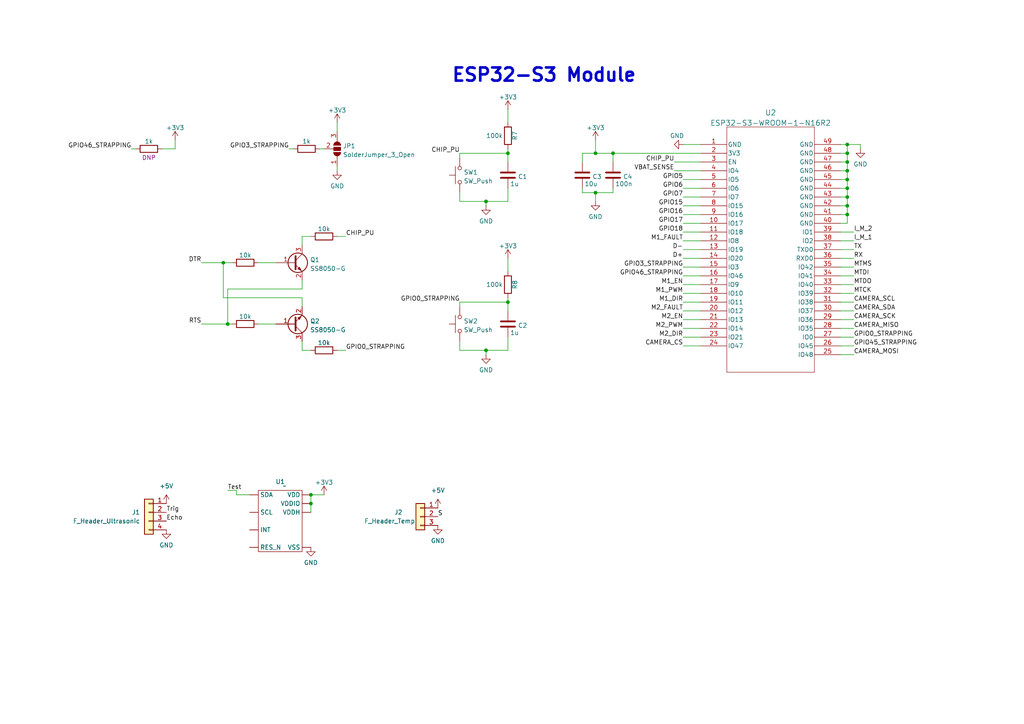
<source format=kicad_sch>
(kicad_sch (version 20230121) (generator eeschema)
  (paper "A4")
  (lib_symbols
    (symbol "Connector_Generic:Conn_01x03" (pin_names (offset 1.016) hide)
      (property "Reference" "J" (at 0 5.08 0))
      (property "Value" "Conn_01x03" (at 0 -5.08 0))
      (symbol "Conn_01x03_1_1"
        (rectangle (start -1.27 -2.413) (end 0 -2.667) (stroke (width 0.1524)))
        (rectangle (start -1.27 0.127) (end 0 -0.127) (stroke (width 0.1524)))
        (rectangle (start -1.27 2.667) (end 0 2.413) (stroke (width 0.1524)))
        (rectangle (start -1.27 3.81) (end 1.27 -3.81) (stroke (width 0.254)) (fill (type background)))
        (pin passive line (at -5.08 2.54 0) (length 3.81) (name "Pin_1") (number "1"))
        (pin passive line (at -5.08 0 0) (length 3.81) (name "Pin_2") (number "2"))
        (pin passive line (at -5.08 -2.54 0) (length 3.81) (name "Pin_3") (number "3"))
      )
    )
    (symbol "Connector_Generic:Conn_01x04" (pin_names (offset 1.016) hide)
      (property "Reference" "J" (at 0 5.08 0))
      (property "Value" "Conn_01x04" (at 0 -7.62 0))
      (symbol "Conn_01x04_1_1"
        (rectangle (start -1.27 -4.953) (end 0 -5.207) (stroke (width 0.1524)))
        (rectangle (start -1.27 -2.413) (end 0 -2.667) (stroke (width 0.1524)))
        (rectangle (start -1.27 0.127) (end 0 -0.127) (stroke (width 0.1524)))
        (rectangle (start -1.27 2.667) (end 0 2.413) (stroke (width 0.1524)))
        (rectangle (start -1.27 3.81) (end 1.27 -6.35) (stroke (width 0.254)) (fill (type background)))
        (pin passive line (at -5.08 2.54 0) (length 3.81) (name "Pin_1") (number "1"))
        (pin passive line (at -5.08 0 0) (length 3.81) (name "Pin_2") (number "2"))
        (pin passive line (at -5.08 -2.54 0) (length 3.81) (name "Pin_3") (number "3"))
        (pin passive line (at -5.08 -5.08 0) (length 3.81) (name "Pin_4") (number "4"))
      )
    )
    (symbol "Device:Q_NPN_BEC" (pin_names (offset 0) hide)
      (property "Reference" "Q" (at 5.08 1.27 0))
      (property "Value" "Q_NPN_BEC" (at 5.08 -1.27 0))
      (symbol "Q_NPN_BEC_0_1"
        (polyline (pts (xy 0.635 0.635) (xy 2.54 2.54)))
        (polyline (pts (xy 0.635 -0.635) (xy 2.54 -2.54) (xy 2.54 -2.54)))
        (polyline (pts (xy 0.635 1.905) (xy 0.635 -1.905) (xy 0.635 -1.905)) (stroke (width 0.508)))
        (polyline (pts (xy 1.27 -1.778) (xy 1.778 -1.27) (xy 2.286 -2.286) (xy 1.27 -1.778) (xy 1.27 -1.778)) (fill (type outline)))
        (circle (center 1.27 0) (radius 2.8194) (stroke (width 0.254)))
      )
      (symbol "Q_NPN_BEC_1_1"
        (pin input line (at -5.08 0 0) (length 5.715) (name "B") (number "1"))
        (pin passive line (at 2.54 -5.08 90) (length 2.54) (name "E") (number "2"))
        (pin passive line (at 2.54 5.08 270) (length 2.54) (name "C") (number "3"))
      )
    )
    (symbol "Jumper:SolderJumper_3_Open" (pin_names (offset 0) hide)
      (property "Reference" "JP" (at -2.54 -2.54 0))
      (property "Value" "SolderJumper_3_Open" (at 0 2.794 0))
      (symbol "SolderJumper_3_Open_0_1"
        (arc (start -1.016 1.016) (mid -2.0276 0) (end -1.016 -1.016))
        (arc (start -1.016 1.016) (mid -2.0276 0) (end -1.016 -1.016) (fill (type outline)))
        (rectangle (start -0.508 1.016) (end 0.508 -1.016) (fill (type outline)))
        (polyline (pts (xy -2.54 0) (xy -2.032 0)))
        (polyline (pts (xy -1.016 1.016) (xy -1.016 -1.016)))
        (polyline (pts (xy 0 -1.27) (xy 0 -1.016)))
        (polyline (pts (xy 1.016 1.016) (xy 1.016 -1.016)))
        (polyline (pts (xy 2.54 0) (xy 2.032 0)))
        (arc (start 1.016 -1.016) (mid 2.0276 0) (end 1.016 1.016))
        (arc (start 1.016 -1.016) (mid 2.0276 0) (end 1.016 1.016) (fill (type outline)))
      )
      (symbol "SolderJumper_3_Open_1_1"
        (pin passive line (at -5.08 0 0) (length 2.54) (name "A") (number "1"))
        (pin passive line (at 0 -3.81 90) (length 2.54) (name "C") (number "2"))
        (pin passive line (at 5.08 0 180) (length 2.54) (name "B") (number "3"))
      )
    )
    (symbol "Sensor_Gas:ZMOD4410"
      (property "Reference" "U" (at 0 0 0))
      (symbol "ZMOD4410_0_1"
        (rectangle (start -7.62 -1.27) (end 5.08 -19.05))
      )
      (symbol "ZMOD4410_1_1"
        (pin input line (at -10.16 -12.7 0) (length 2.54) (name "INT") (number ""))
        (pin input line (at -10.16 -17.78 0) (length 2.54) (name "RES_N") (number ""))
        (pin input line (at -10.16 -7.62 0) (length 2.54) (name "SCL") (number ""))
        (pin bidirectional line (at -10.16 -2.54 0) (length 2.54) (name "SDA") (number ""))
        (pin power_in line (at 7.62 -2.54 180) (length 2.54) (name "VDD") (number ""))
        (pin power_in line (at 7.62 -7.62 180) (length 2.54) (name "VDDH") (number ""))
        (pin power_in line (at 7.62 -5.08 180) (length 2.54) (name "VDDIO") (number ""))
        (pin power_out line (at 7.62 -17.78 180) (length 2.54) (name "VSS") (number ""))
      )
    )
    (symbol "Switch:SW_Push" (pin_numbers hide) (pin_names (offset 1.016) hide)
      (property "Reference" "SW" (at 1.27 2.54 0))
      (property "Value" "SW_Push" (at 0 -1.524 0))
      (symbol "SW_Push_0_1"
        (circle (center -2.032 0) (radius 0.508))
        (polyline (pts (xy 0 1.27) (xy 0 3.048)))
        (polyline (pts (xy 2.54 1.27) (xy -2.54 1.27)))
        (circle (center 2.032 0) (radius 0.508))
        (pin passive line (at -5.08 0 0) (length 2.54) (name "1") (number "1"))
        (pin passive line (at 5.08 0 180) (length 2.54) (name "2") (number "2"))
      )
    )
    (symbol "basic:C" (pin_numbers hide) (pin_names (offset 0.254))
      (property "Reference" "C" (at 0.635 2.54 0))
      (symbol "C_0_1"
        (polyline (pts (xy -2.032 -0.762) (xy 2.032 -0.762)) (stroke (width 0.508)))
        (polyline (pts (xy -2.032 0.762) (xy 2.032 0.762)) (stroke (width 0.508)))
      )
      (symbol "C_1_1"
        (pin passive line (at 0 3.81 270) (length 2.794) (name "~") (number "1"))
        (pin passive line (at 0 -3.81 90) (length 2.794) (name "~") (number "2"))
      )
    )
    (symbol "basic:R" (pin_numbers hide) (pin_names (offset 0))
      (property "Value" "R" (at 0 0 90))
      (symbol "R_0_1"
        (rectangle (start -1.016 -2.54) (end 1.016 2.54) (stroke (width 0.254)))
      )
      (symbol "R_1_1"
        (pin passive line (at 0 3.81 270) (length 1.27) (name "~") (number "1"))
        (pin passive line (at 0 -3.81 90) (length 1.27) (name "~") (number "2"))
      )
    )
    (symbol "local_symbols:ESP32-S3-WROOM-1-N16R2" (pin_names (offset 0.254))
      (property "Reference" "U" (at 20.32 10.16 0))
      (property "Value" "ESP32-S3-WROOM-1-N16R2" (at 20.32 7.62 0))
      (symbol "ESP32-S3-WROOM-1-N16R2_0_1"
        (polyline (pts (xy 7.62 -66.04) (xy 33.02 -66.04)) (stroke (width 0.127)))
        (polyline (pts (xy 7.62 5.08) (xy 7.62 -66.04)) (stroke (width 0.127)))
        (polyline (pts (xy 33.02 -66.04) (xy 33.02 5.08)) (stroke (width 0.127)))
        (polyline (pts (xy 33.02 5.08) (xy 7.62 5.08)) (stroke (width 0.127)))
        (pin power_out line (at 0 0 0) (length 7.62) (name "GND") (number "1"))
        (pin bidirectional line (at 0 -22.86 0) (length 7.62) (name "IO17") (number "10"))
        (pin bidirectional line (at 0 -25.4 0) (length 7.62) (name "IO18") (number "11"))
        (pin bidirectional line (at 0 -27.94 0) (length 7.62) (name "IO8") (number "12"))
        (pin bidirectional line (at 0 -30.48 0) (length 7.62) (name "IO19") (number "13"))
        (pin bidirectional line (at 0 -33.02 0) (length 7.62) (name "IO20") (number "14"))
        (pin bidirectional line (at 0 -35.56 0) (length 7.62) (name "IO3") (number "15"))
        (pin bidirectional line (at 0 -38.1 0) (length 7.62) (name "IO46") (number "16"))
        (pin bidirectional line (at 0 -40.64 0) (length 7.62) (name "IO9") (number "17"))
        (pin bidirectional line (at 0 -43.18 0) (length 7.62) (name "IO10") (number "18"))
        (pin bidirectional line (at 0 -45.72 0) (length 7.62) (name "IO11") (number "19"))
        (pin power_in line (at 0 -2.54 0) (length 7.62) (name "3V3") (number "2"))
        (pin bidirectional line (at 0 -48.26 0) (length 7.62) (name "IO12") (number "20"))
        (pin bidirectional line (at 0 -50.8 0) (length 7.62) (name "IO13") (number "21"))
        (pin bidirectional line (at 0 -53.34 0) (length 7.62) (name "IO14") (number "22"))
        (pin bidirectional line (at 0 -55.88 0) (length 7.62) (name "IO21") (number "23"))
        (pin bidirectional line (at 0 -58.42 0) (length 7.62) (name "IO47") (number "24"))
        (pin bidirectional line (at 40.64 -60.96 180) (length 7.62) (name "IO48") (number "25"))
        (pin bidirectional line (at 40.64 -58.42 180) (length 7.62) (name "IO45") (number "26"))
        (pin bidirectional line (at 40.64 -55.88 180) (length 7.62) (name "IO0") (number "27"))
        (pin bidirectional line (at 40.64 -53.34 180) (length 7.62) (name "IO35") (number "28"))
        (pin bidirectional line (at 40.64 -50.8 180) (length 7.62) (name "IO36") (number "29"))
        (pin input line (at 0 -5.08 0) (length 7.62) (name "EN") (number "3"))
        (pin bidirectional line (at 40.64 -48.26 180) (length 7.62) (name "IO37") (number "30"))
        (pin bidirectional line (at 40.64 -45.72 180) (length 7.62) (name "IO38") (number "31"))
        (pin bidirectional line (at 40.64 -43.18 180) (length 7.62) (name "IO39") (number "32"))
        (pin bidirectional line (at 40.64 -40.64 180) (length 7.62) (name "IO40") (number "33"))
        (pin bidirectional line (at 40.64 -38.1 180) (length 7.62) (name "IO41") (number "34"))
        (pin bidirectional line (at 40.64 -35.56 180) (length 7.62) (name "IO42") (number "35"))
        (pin bidirectional line (at 40.64 -33.02 180) (length 7.62) (name "RXD0") (number "36"))
        (pin bidirectional line (at 40.64 -30.48 180) (length 7.62) (name "TXD0") (number "37"))
        (pin bidirectional line (at 40.64 -27.94 180) (length 7.62) (name "IO2") (number "38"))
        (pin bidirectional line (at 40.64 -25.4 180) (length 7.62) (name "IO1") (number "39"))
        (pin bidirectional line (at 0 -7.62 0) (length 7.62) (name "IO4") (number "4"))
        (pin power_out line (at 40.64 -22.86 180) (length 7.62) (name "GND") (number "40"))
        (pin power_out line (at 40.64 -20.32 180) (length 7.62) (name "GND") (number "41"))
        (pin power_out line (at 40.64 -17.78 180) (length 7.62) (name "GND") (number "42"))
        (pin power_out line (at 40.64 -15.24 180) (length 7.62) (name "GND") (number "43"))
        (pin power_out line (at 40.64 -12.7 180) (length 7.62) (name "GND") (number "44"))
        (pin power_out line (at 40.64 -10.16 180) (length 7.62) (name "GND") (number "45"))
        (pin power_out line (at 40.64 -7.62 180) (length 7.62) (name "GND") (number "46"))
        (pin power_out line (at 40.64 -5.08 180) (length 7.62) (name "GND") (number "47"))
        (pin power_out line (at 40.64 -2.54 180) (length 7.62) (name "GND") (number "48"))
        (pin power_out line (at 40.64 0 180) (length 7.62) (name "GND") (number "49"))
        (pin bidirectional line (at 0 -10.16 0) (length 7.62) (name "IO5") (number "5"))
        (pin bidirectional line (at 0 -12.7 0) (length 7.62) (name "IO6") (number "6"))
        (pin bidirectional line (at 0 -15.24 0) (length 7.62) (name "IO7") (number "7"))
        (pin bidirectional line (at 0 -17.78 0) (length 7.62) (name "IO15") (number "8"))
        (pin bidirectional line (at 0 -20.32 0) (length 7.62) (name "IO16") (number "9"))
      )
    )
    (symbol "power:+3V3" (power) (pin_names (offset 0))
      (property "Value" "+3V3" (at 0 3.556 0))
      (symbol "+3V3_0_1"
        (polyline (pts (xy -0.762 1.27) (xy 0 2.54)))
        (polyline (pts (xy 0 0) (xy 0 2.54)))
        (polyline (pts (xy 0 2.54) (xy 0.762 1.27)))
      )
      (symbol "+3V3_1_1"
        (pin power_in line (at 0 0 90) (length 0) hide (name "+3V3") (number "1"))
      )
    )
    (symbol "power:+5V" (power) (pin_names (offset 0))
      (property "Value" "+5V" (at 0 3.556 0))
      (symbol "+5V_0_1"
        (polyline (pts (xy -0.762 1.27) (xy 0 2.54)))
        (polyline (pts (xy 0 0) (xy 0 2.54)))
        (polyline (pts (xy 0 2.54) (xy 0.762 1.27)))
      )
      (symbol "+5V_1_1"
        (pin power_in line (at 0 0 90) (length 0) hide (name "+5V") (number "1"))
      )
    )
    (symbol "power:GND" (power) (pin_names (offset 0))
      (property "Value" "GND" (at 0 -3.81 0))
      (symbol "GND_0_1"
        (polyline (pts (xy 0 0) (xy 0 -1.27) (xy 1.27 -1.27) (xy 0 -2.54) (xy -1.27 -1.27) (xy 0 -1.27)))
      )
      (symbol "GND_1_1"
        (pin power_in line (at 0 0 270) (length 0) hide (name "GND") (number "1"))
      )
    )
  )
  (junction (at 245.745 62.23))
  (junction (at 245.745 59.69))
  (junction (at 245.745 57.15))
  (junction (at 245.745 49.53))
  (junction (at 140.97 58.42))
  (junction (at 172.72 55.88))
  (junction (at 245.745 44.45))
  (junction (at 172.72 44.45))
  (junction (at 245.745 46.99))
  (junction (at 245.745 52.07))
  (junction (at 147.32 44.45))
  (junction (at 66.04 93.98))
  (junction (at 245.745 54.61))
  (junction (at 90.17 146.05))
  (junction (at 147.32 87.63))
  (junction (at 140.97 101.6))
  (junction (at 177.8 44.45))
  (junction (at 64.77 76.2))
  (junction (at 245.745 41.91))
  (junction (at 90.17 143.51))
  (wire (pts (xy 177.8 54.61) (xy 177.8 55.88)))
  (wire (pts (xy 87.63 68.58) (xy 87.63 71.12)))
  (wire (pts (xy 245.745 54.61) (xy 245.745 52.07)))
  (wire (pts (xy 133.35 58.42) (xy 140.97 58.42)))
  (wire (pts (xy 97.79 101.6) (xy 100.33 101.6)))
  (wire (pts (xy 97.79 35.56) (xy 97.79 38.1)))
  (wire (pts (xy 87.63 81.28) (xy 87.63 83.82)))
  (wire (pts (xy 177.8 44.45) (xy 203.2 44.45)))
  (wire (pts (xy 198.12 67.31) (xy 203.2 67.31)))
  (wire (pts (xy 147.32 31.75) (xy 147.32 35.56)))
  (wire (pts (xy 64.77 76.2) (xy 67.31 76.2)))
  (wire (pts (xy 97.79 68.58) (xy 100.33 68.58)))
  (wire (pts (xy 147.32 43.18) (xy 147.32 44.45)))
  (wire (pts (xy 243.84 74.93) (xy 247.65 74.93)))
  (wire (pts (xy 133.35 88.9) (xy 133.35 87.63)))
  (wire (pts (xy 195.58 49.53) (xy 203.2 49.53)))
  (wire (pts (xy 243.84 62.23) (xy 245.745 62.23)))
  (wire (pts (xy 243.84 90.17) (xy 247.65 90.17)))
  (wire (pts (xy 90.17 146.05) (xy 90.17 148.59)))
  (wire (pts (xy 243.84 102.87) (xy 247.65 102.87)))
  (wire (pts (xy 68.58 143.51) (xy 72.39 143.51)))
  (wire (pts (xy 133.35 99.06) (xy 133.35 101.6)))
  (wire (pts (xy 198.12 41.91) (xy 203.2 41.91)))
  (wire (pts (xy 243.84 64.77) (xy 245.745 64.77)))
  (wire (pts (xy 92.71 43.18) (xy 93.98 43.18)))
  (wire (pts (xy 46.99 43.18) (xy 50.8 43.18)))
  (wire (pts (xy 243.84 54.61) (xy 245.745 54.61)))
  (wire (pts (xy 243.84 49.53) (xy 245.745 49.53)))
  (wire (pts (xy 243.84 87.63) (xy 247.65 87.63)))
  (wire (pts (xy 198.12 72.39) (xy 203.2 72.39)))
  (wire (pts (xy 172.72 55.88) (xy 172.72 58.42)))
  (wire (pts (xy 243.84 59.69) (xy 245.745 59.69)))
  (wire (pts (xy 198.12 100.33) (xy 203.2 100.33)))
  (wire (pts (xy 198.12 80.01) (xy 203.2 80.01)))
  (wire (pts (xy 90.17 68.58) (xy 87.63 68.58)))
  (wire (pts (xy 87.63 83.82) (xy 66.04 83.82)))
  (wire (pts (xy 147.32 44.45) (xy 147.32 46.99)))
  (wire (pts (xy 74.93 93.98) (xy 80.01 93.98)))
  (wire (pts (xy 87.63 88.9) (xy 87.63 86.36)))
  (wire (pts (xy 198.12 85.09) (xy 203.2 85.09)))
  (wire (pts (xy 147.32 97.79) (xy 147.32 101.6)))
  (wire (pts (xy 245.745 59.69) (xy 245.745 57.15)))
  (wire (pts (xy 198.12 52.07) (xy 203.2 52.07)))
  (wire (pts (xy 243.84 46.99) (xy 245.745 46.99)))
  (wire (pts (xy 168.91 44.45) (xy 172.72 44.45)))
  (wire (pts (xy 198.12 69.85) (xy 203.2 69.85)))
  (wire (pts (xy 249.555 43.18) (xy 249.555 41.91)))
  (wire (pts (xy 133.35 45.72) (xy 133.35 44.45)))
  (wire (pts (xy 245.745 44.45) (xy 243.84 44.45)))
  (wire (pts (xy 243.84 69.85) (xy 247.65 69.85)))
  (wire (pts (xy 198.12 62.23) (xy 203.2 62.23)))
  (wire (pts (xy 147.32 58.42) (xy 140.97 58.42)))
  (wire (pts (xy 243.84 77.47) (xy 247.65 77.47)))
  (wire (pts (xy 198.12 54.61) (xy 203.2 54.61)))
  (wire (pts (xy 83.82 43.18) (xy 85.09 43.18)))
  (wire (pts (xy 243.84 72.39) (xy 247.65 72.39)))
  (wire (pts (xy 147.32 74.93) (xy 147.32 78.74)))
  (wire (pts (xy 133.35 87.63) (xy 147.32 87.63)))
  (wire (pts (xy 38.1 43.18) (xy 39.37 43.18)))
  (wire (pts (xy 198.12 95.25) (xy 203.2 95.25)))
  (wire (pts (xy 140.97 58.42) (xy 140.97 59.69)))
  (wire (pts (xy 243.84 100.33) (xy 247.65 100.33)))
  (wire (pts (xy 58.42 93.98) (xy 66.04 93.98)))
  (wire (pts (xy 243.84 67.31) (xy 247.65 67.31)))
  (wire (pts (xy 243.84 95.25) (xy 247.65 95.25)))
  (wire (pts (xy 245.745 41.91) (xy 245.745 44.45)))
  (wire (pts (xy 147.32 87.63) (xy 147.32 90.17)))
  (wire (pts (xy 198.12 64.77) (xy 203.2 64.77)))
  (wire (pts (xy 147.32 86.36) (xy 147.32 87.63)))
  (wire (pts (xy 87.63 99.06) (xy 87.63 101.6)))
  (wire (pts (xy 147.32 101.6) (xy 140.97 101.6)))
  (wire (pts (xy 133.35 101.6) (xy 140.97 101.6)))
  (wire (pts (xy 198.12 77.47) (xy 203.2 77.47)))
  (wire (pts (xy 66.04 93.98) (xy 67.31 93.98)))
  (wire (pts (xy 172.72 55.88) (xy 177.8 55.88)))
  (wire (pts (xy 198.12 74.93) (xy 203.2 74.93)))
  (wire (pts (xy 147.32 54.61) (xy 147.32 58.42)))
  (wire (pts (xy 168.91 54.61) (xy 168.91 55.88)))
  (wire (pts (xy 90.17 143.51) (xy 90.17 146.05)))
  (wire (pts (xy 90.17 143.51) (xy 93.98 143.51)))
  (wire (pts (xy 64.77 86.36) (xy 64.77 76.2)))
  (wire (pts (xy 140.97 101.6) (xy 140.97 102.87)))
  (wire (pts (xy 133.35 55.88) (xy 133.35 58.42)))
  (wire (pts (xy 245.745 52.07) (xy 245.745 49.53)))
  (wire (pts (xy 243.84 85.09) (xy 247.65 85.09)))
  (wire (pts (xy 68.58 142.24) (xy 68.58 143.51)))
  (wire (pts (xy 243.84 41.91) (xy 245.745 41.91)))
  (wire (pts (xy 66.04 83.82) (xy 66.04 93.98)))
  (wire (pts (xy 195.58 46.99) (xy 203.2 46.99)))
  (wire (pts (xy 243.84 82.55) (xy 247.65 82.55)))
  (wire (pts (xy 245.745 41.91) (xy 249.555 41.91)))
  (wire (pts (xy 243.84 57.15) (xy 245.745 57.15)))
  (wire (pts (xy 245.745 64.77) (xy 245.745 62.23)))
  (wire (pts (xy 243.84 97.79) (xy 247.65 97.79)))
  (wire (pts (xy 172.72 44.45) (xy 177.8 44.45)))
  (wire (pts (xy 74.93 76.2) (xy 80.01 76.2)))
  (wire (pts (xy 168.91 46.99) (xy 168.91 44.45)))
  (wire (pts (xy 198.12 59.69) (xy 203.2 59.69)))
  (wire (pts (xy 97.79 48.26) (xy 97.79 49.53)))
  (wire (pts (xy 87.63 86.36) (xy 64.77 86.36)))
  (wire (pts (xy 198.12 82.55) (xy 203.2 82.55)))
  (wire (pts (xy 243.84 80.01) (xy 247.65 80.01)))
  (wire (pts (xy 245.745 57.15) (xy 245.745 54.61)))
  (wire (pts (xy 245.745 49.53) (xy 245.745 46.99)))
  (wire (pts (xy 168.91 55.88) (xy 172.72 55.88)))
  (wire (pts (xy 50.8 40.64) (xy 50.8 43.18)))
  (wire (pts (xy 243.84 52.07) (xy 245.745 52.07)))
  (wire (pts (xy 198.12 87.63) (xy 203.2 87.63)))
  (wire (pts (xy 198.12 90.17) (xy 203.2 90.17)))
  (wire (pts (xy 58.42 76.2) (xy 64.77 76.2)))
  (wire (pts (xy 198.12 92.71) (xy 203.2 92.71)))
  (wire (pts (xy 177.8 44.45) (xy 177.8 46.99)))
  (wire (pts (xy 245.745 62.23) (xy 245.745 59.69)))
  (wire (pts (xy 87.63 101.6) (xy 90.17 101.6)))
  (wire (pts (xy 243.84 92.71) (xy 247.65 92.71)))
  (wire (pts (xy 198.12 97.79) (xy 203.2 97.79)))
  (wire (pts (xy 198.12 57.15) (xy 203.2 57.15)))
  (wire (pts (xy 66.04 142.24) (xy 68.58 142.24)))
  (wire (pts (xy 133.35 44.45) (xy 147.32 44.45)))
  (wire (pts (xy 172.72 40.64) (xy 172.72 44.45)))
  (wire (pts (xy 245.745 46.99) (xy 245.745 44.45)))
  (text "ESP32-S3 Module" (at 130.81 24.13 0) (effects (font (size 3.81 3.81) (thickness 0.762) bold) (justify left bottom)))
  (label "CAMERA_MOSI" (at 247.65 102.87 0))
  (label "GPIO0_STRAPPING" (at 100.33 101.6 0))
  (label "GPIO6" (at 198.12 54.61 180))
  (label "CHIP_PU" (at 100.33 68.58 0))
  (label "RTS" (at 58.42 93.98 180))
  (label "Echo" (at 48.26 151.13 0))
  (label "D+" (at 198.12 74.93 180))
  (label "GPIO0_STRAPPING" (at 133.35 87.63 180))
  (label "CAMERA_MISO" (at 247.65 95.25 0))
  (label "CAMERA_CS" (at 198.12 100.33 180))
  (label "GPIO0_STRAPPING" (at 247.65 97.79 0))
  (label "CAMERA_SCK" (at 247.65 92.71 0))
  (label "M2_FAULT" (at 198.12 90.17 180))
  (label "CAMERA_SCL" (at 247.65 87.63 0))
  (label "I_M_2" (at 247.65 67.31 0))
  (label "MTMS" (at 247.65 77.47 0))
  (label "GPIO46_STRAPPING" (at 38.1 43.18 180))
  (label "M2_DIR" (at 198.12 97.79 180))
  (label "M1_PWM" (at 198.12 85.09 180))
  (label "GPIO18" (at 198.12 67.31 180))
  (label "M2_PWM" (at 198.12 95.25 180))
  (label "TX" (at 247.65 72.39 0))
  (label "Trig" (at 48.26 148.59 0))
  (label "GPIO16" (at 198.12 62.23 180))
  (label "GPIO45_STRAPPING" (at 247.65 100.33 0))
  (label "GPIO7" (at 198.12 57.15 180))
  (label "GPIO17" (at 198.12 64.77 180))
  (label "Test" (at 66.04 142.24 0))
  (label "M1_DIR" (at 198.12 87.63 180))
  (label "MTDI" (at 247.65 80.01 0))
  (label "M1_FAULT" (at 198.12 69.85 180))
  (label "M2_EN" (at 198.12 92.71 180))
  (label "GPIO15" (at 198.12 59.69 180))
  (label "GPIO5" (at 198.12 52.07 180))
  (label "MTDO" (at 247.65 82.55 0))
  (label "GPIO46_STRAPPING" (at 198.12 80.01 180))
  (label "VBAT_SENSE" (at 195.58 49.53 180))
  (label "I_M_1" (at 247.65 69.85 0))
  (label "M1_EN" (at 198.12 82.55 180))
  (label "DTR" (at 58.42 76.2 180))
  (label "GPIO3_STRAPPING" (at 198.12 77.47 180))
  (label "S" (at 127 149.86 0))
  (label "MTCK" (at 247.65 85.09 0))
  (label "RX" (at 247.65 74.93 0))
  (label "D-" (at 198.12 72.39 180))
  (label "CHIP_PU" (at 133.35 44.45 180))
  (label "GPIO3_STRAPPING" (at 83.82 43.18 180))
  (label "CAMERA_SDA" (at 247.65 90.17 0))
  (label "CHIP_PU" (at 195.58 46.99 180))
  (symbol (lib_id "basic:C") (at 168.91 50.8 0) (unit 1)
    (property "Reference" "C3" (at 171.831 51.2338 0) (effects (justify left)))
    (property "Value" "10u" (at 169.545 53.34 0) (effects (justify left)))
    (property "Footprint" "Capacitor_SMD:C_0805_2012Metric" (effects hide))
  )
  (symbol (lib_id "power:+3V3") (at 172.72 40.64 0) (unit 1)
    (property "Reference" "#PWR08" (effects hide))
    (property "Value" "+3V3" (at 172.72 37.0642 0))
  )
  (symbol (lib_id "local_symbols:ESP32-S3-WROOM-1-N16R2") (at 203.2 41.91 0) (unit 1)
    (property "Reference" "U2" (at 223.52 32.6824 0) (effects (font (size 1.524 1.524))))
    (property "Value" "ESP32-S3-WROOM-1-N16R2" (at 223.52 35.6758 0) (effects (font (size 1.524 1.524))))
    (property "Footprint" "local_footprints:ESP32-S3-WROOM-1_EXP" (effects hide))
    (property "Datasheet" "ESP32-S3-WROOM-1-N16R2" (effects hide))
  )
  (symbol (lib_id "power:GND") (at 249.555 43.18 0) (unit 1)
    (property "Reference" "#PWR011" (effects hide))
    (property "Value" "GND" (at 249.555 47.6234 0))
  )
  (symbol (lib_id "Switch:SW_Push") (at 133.35 50.8 90) (unit 1)
    (property "Reference" "SW1" (at 134.493 49.9653 90) (effects (justify right)))
    (property "Value" "SW_Push" (at 134.493 52.5022 90) (effects (justify right)))
    (property "Footprint" "Button_Switch_SMD:SW_SPST_B3S-1000" (effects hide))
    (property "Datasheet" "https://www.digikey.com/en/products/detail/omron-electronics-inc-emc-div/B3S-1000/20686" (effects hide))
  )
  (symbol (lib_id "Connector_Generic:Conn_01x03") (at 121.92 149.86 0) (mirror y) (unit 1)
    (property "Reference" "J2" (at 115.57 148.59 0))
    (property "Value" "F_Header_Temp" (at 113.03 151.13 0))
  )
  (symbol (lib_id "basic:R") (at 147.32 39.37 0) (unit 1)
    (property "Reference" "R7" (at 149.352 39.37 90))
    (property "Value" "100k" (at 140.97 39.37 0) (effects (justify left)))
    (property "Footprint" "Resistor_SMD:R_0805_2012Metric" (effects hide))
  )
  (symbol (lib_id "Sensor_Gas:ZMOD4410") (at 82.55 140.97 0) (unit 1)
    (property "Reference" "U1" (at 81.28 139.7 0))
    (property "Value" "~" (at 82.55 140.97 0))
  )
  (symbol (lib_id "power:GND") (at 97.79 49.53 0) (unit 1)
    (property "Reference" "#PWR03" (effects hide))
    (property "Value" "GND" (at 97.79 53.9734 0))
  )
  (symbol (lib_id "Connector_Generic:Conn_01x04") (at 43.18 148.59 0) (mirror y) (unit 1)
    (property "Reference" "J1" (at 40.64 148.59 0) (effects (justify left)))
    (property "Value" "F_Header_Ultrasonic" (at 40.64 151.13 0) (effects (justify left)))
  )
  (symbol (lib_id "power:GND") (at 90.17 158.75 0) (unit 1)
    (property "Reference" "#PWR014" (effects hide))
    (property "Value" "GND" (at 90.17 163.1934 0))
  )
  (symbol (lib_id "power:+3V3") (at 147.32 74.93 0) (unit 1)
    (property "Reference" "#PWR07" (effects hide))
    (property "Value" "+3V3" (at 147.32 71.3542 0))
  )
  (symbol (lib_id "power:GND") (at 48.26 153.67 0) (unit 1)
    (property "Reference" "#PWR015" (effects hide))
    (property "Value" "GND" (at 48.26 158.1134 0))
  )
  (symbol (lib_id "power:GND") (at 198.12 41.91 270) (unit 1)
    (property "Reference" "#PWR010" (effects hide))
    (property "Value" "GND" (at 194.31 39.37 90) (effects (justify left)))
  )
  (symbol (lib_id "basic:R") (at 71.12 76.2 90) (unit 1)
    (property "Reference" "R2" (effects hide))
    (property "Value" "10k" (at 71.12 74.0212 90))
    (property "Footprint" "Resistor_SMD:R_0805_2012Metric" (effects hide))
  )
  (symbol (lib_id "power:GND") (at 127 152.4 0) (unit 1)
    (property "Reference" "#PWR017" (effects hide))
    (property "Value" "GND" (at 127 156.8434 0))
  )
  (symbol (lib_id "power:+3V3") (at 50.8 40.64 0) (unit 1)
    (property "Reference" "#PWR01" (effects hide))
    (property "Value" "+3V3" (at 50.8 37.0642 0))
  )
  (symbol (lib_id "power:GND") (at 140.97 59.69 0) (unit 1)
    (property "Reference" "#PWR04" (effects hide))
    (property "Value" "GND" (at 140.97 64.1334 0))
  )
  (symbol (lib_id "power:+3V3") (at 97.79 35.56 0) (unit 1)
    (property "Reference" "#PWR02" (effects hide))
    (property "Value" "+3V3" (at 97.79 31.9842 0))
  )
  (symbol (lib_id "Jumper:SolderJumper_3_Open") (at 97.79 43.18 270) (mirror x) (unit 1)
    (property "Reference" "JP1" (at 99.441 42.3453 90) (effects (justify left)))
    (property "Value" "SolderJumper_3_Open" (at 99.441 44.8822 90) (effects (justify left)))
    (property "Footprint" "Jumper:SolderJumper-3_P2.0mm_Open_TrianglePad1.0x1.5mm" (effects hide))
  )
  (symbol (lib_id "Device:Q_NPN_BEC") (at 85.09 93.98 0) (mirror x) (unit 1)
    (property "Reference" "Q2" (at 89.9414 93.1453 0) (effects (justify left)))
    (property "Value" "SS8050-G" (at 89.9414 95.6822 0) (effects (justify left)))
    (property "Footprint" "Package_TO_SOT_SMD:SOT-23" (effects hide))
  )
  (symbol (lib_id "Switch:SW_Push") (at 133.35 93.98 90) (unit 1)
    (property "Reference" "SW2" (at 134.493 93.1453 90) (effects (justify right)))
    (property "Value" "SW_Push" (at 134.493 95.6822 90) (effects (justify right)))
    (property "Footprint" "Button_Switch_SMD:SW_SPST_B3S-1000" (effects hide))
    (property "Datasheet" "https://www.digikey.com/en/products/detail/omron-electronics-inc-emc-div/B3S-1000/20686" (effects hide))
  )
  (symbol (lib_id "basic:R") (at 93.98 68.58 90) (unit 1)
    (property "Reference" "R5" (effects hide))
    (property "Value" "10k" (at 93.98 66.4012 90))
    (property "Footprint" "Resistor_SMD:R_0805_2012Metric" (effects hide))
  )
  (symbol (lib_id "power:+5V") (at 127 147.32 0) (unit 1)
    (property "Reference" "#PWR016" (effects hide))
    (property "Value" "+5V" (at 127 142.24 0))
  )
  (symbol (lib_id "basic:C") (at 147.32 50.8 0) (unit 1)
    (property "Reference" "C1" (at 150.241 51.2338 0) (effects (justify left)))
    (property "Value" "1u" (at 147.955 53.34 0) (effects (justify left)))
    (property "Footprint" "Capacitor_SMD:C_0805_2012Metric" (effects hide))
  )
  (symbol (lib_id "basic:C") (at 177.8 50.8 0) (unit 1)
    (property "Reference" "C4" (at 180.721 51.2338 0) (effects (justify left)))
    (property "Value" "100n" (at 178.435 53.34 0) (effects (justify left)))
    (property "Footprint" "Capacitor_SMD:C_0805_2012Metric" (effects hide))
  )
  (symbol (lib_id "power:GND") (at 172.72 58.42 0) (unit 1)
    (property "Reference" "#PWR09" (effects hide))
    (property "Value" "GND" (at 172.72 62.8634 0))
  )
  (symbol (lib_id "basic:C") (at 147.32 93.98 0) (unit 1)
    (property "Reference" "C2" (at 150.241 94.4138 0) (effects (justify left)))
    (property "Value" "1u" (at 147.955 96.52 0) (effects (justify left)))
    (property "Footprint" "Capacitor_SMD:C_0805_2012Metric" (effects hide))
  )
  (symbol (lib_id "basic:R") (at 147.32 82.55 0) (unit 1)
    (property "Reference" "R8" (at 149.352 82.55 90))
    (property "Value" "100k" (at 140.97 82.55 0) (effects (justify left)))
    (property "Footprint" "Resistor_SMD:R_0805_2012Metric" (effects hide))
  )
  (symbol (lib_id "basic:R") (at 88.9 43.18 90) (unit 1)
    (property "Reference" "R4" (effects hide))
    (property "Value" "1k" (at 88.9 41.0012 90))
    (property "Footprint" "Resistor_SMD:R_0805_2012Metric" (effects hide))
  )
  (symbol (lib_id "basic:R") (at 93.98 101.6 90) (unit 1)
    (property "Reference" "R6" (effects hide))
    (property "Value" "10k" (at 93.98 99.4212 90))
    (property "Footprint" "Resistor_SMD:R_0805_2012Metric" (effects hide))
  )
  (symbol (lib_id "power:GND") (at 140.97 102.87 0) (unit 1)
    (property "Reference" "#PWR05" (effects hide))
    (property "Value" "GND" (at 140.97 107.3134 0))
  )
  (symbol (lib_id "basic:R") (at 71.12 93.98 90) (unit 1)
    (property "Reference" "R3" (effects hide))
    (property "Value" "10k" (at 71.12 91.8012 90))
    (property "Footprint" "Resistor_SMD:R_0805_2012Metric" (effects hide))
  )
  (symbol (lib_id "power:+5V") (at 48.26 146.05 0) (unit 1)
    (property "Reference" "#PWR013" (effects hide))
    (property "Value" "+5V" (at 48.26 140.97 0))
  )
  (symbol (lib_id "basic:R") (at 43.18 43.18 90) (unit 1)
    (property "Reference" "R1" (effects hide))
    (property "Value" "1k" (at 43.18 41.0012 90))
    (property "Footprint" "Resistor_SMD:R_0805_2012Metric" (effects hide))
    (property "Note" "DNP" (at 43.18 45.72 90))
  )
  (symbol (lib_id "power:+3V3") (at 147.32 31.75 0) (unit 1)
    (property "Reference" "#PWR06" (effects hide))
    (property "Value" "+3V3" (at 147.32 28.1742 0))
  )
  (symbol (lib_id "Device:Q_NPN_BEC") (at 85.09 76.2 0) (unit 1)
    (property "Reference" "Q1" (at 89.9414 75.3653 0) (effects (justify left)))
    (property "Value" "SS8050-G" (at 89.9414 77.9022 0) (effects (justify left)))
    (property "Footprint" "Package_TO_SOT_SMD:SOT-23" (effects hide))
  )
  (symbol (lib_id "power:+3V3") (at 93.98 143.51 0) (unit 1)
    (property "Reference" "#PWR012" (effects hide))
    (property "Value" "+3V3" (at 93.98 139.9342 0))
  )
)
</source>
